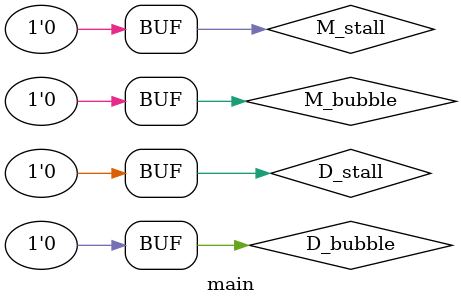
<source format=v>
`timescale 10ps/1ps
module main;
	wire F_stall;
	wire F_bubble;
	wire [63:0] F_predPC;
	
	wire [63:0] f_pc;
	wire [2:0] f_stat;
	wire [3:0] f_icode;
	wire [3:0] f_ifun;
	wire [3:0] f_rA;
	wire [3:0] f_rB;
	wire [3:0] f_valC;
	wire [63:0] f_valP;
	wire [63:0] f_predPC;
	
	wire D_stall;
	wire D_bubble;
	wire [2:0] D_stat;
	wire [63:0] D_pc;
	wire [3:0] D_icode;
	wire [3:0] D_ifun;
	wire [3:0] D_rA;
	wire [3:0] D_rB;
	wire [63:0] D_valC;
	wire [63:0] D_valP;

	select_pc select_stage(
		.F_predPC_i(F_predPC),
		.M_icode_i(M_icode),
		.M_Cnd_i(M_Cnd),
		.M_valA_i(M_valA),
		.W_icode_i(W_icode),
		.W_valM_i(W_valM),
		.f_pc_o(f_pc)
	);
	
	fetch fetch_stage(
		.f_pc_i(f_pc),
		.f_icode_o(f_icode),
		.f_ifun_o(f_ifun),
		.f_rA_o(f_rA),
		.f_rB_o(f_rB),
		.f_valC_o(f_valC),
		.f_valP_o(f_valP),
		.f_predPC_o(f_predPC),
		.f_stat_o(f_stat)
	);

	assign D_stall = 1'd0;
	assign D_bubble = 1'd0;
	
	fetch_D_pipe_reg f_D_stage(
		.clk_i(clk),
		.D_stall_i(D_stall),
		.D_bubble_i(D_bubble),
	
		.f_stat_i(f_stat),
		.f_pc_i(f_pc),
		.f_icode_i(f_icode),
		.f_ifun_i(f_ifun),
		.f_rA_i(f_rA),
		.f_rB_i(f_rB),
		.f_valC_i(f_valC),
		.f_valP_i(f_valP),
		
		.D_stat_o(D_stat),
		.D_pc_o(D_pc),
		.D_icode_o(D_ifun),
		.D_rA_o(D_rA),
		.D_rB_o(D_rB),
		.D_valC_o(D_valC),
		.D_valP_o(D_valP)
	);
	
	wire E_stall;
	wire E_bubble;
	wire [2:0] E_stat;
	wire [63:0] E_pc;
	wire [3:0] E_icode;
	wire [3:0] E_ifun;
	wire [63:0] E_valA;
	wire [63:0] E_valB;
	wire [3:0] E_dstE;
	wire [3:0] E_dstM;
	wire [3:0] E_srcA;
	wire [3:0] E_srcB;
	
	wire [63:0] e_valE;
	wire [3:0] e_dstE;
	wire 	e_Cnd;
	
	wire e_rst = rst_n;
	
	wire M_stall;
	wire M_bubble;
	wire M_Cnd;
	wire [2:0] M_stat;
	wire [63:0] M_pc;
	wire [3:0] M_icode;
	wire [3:0] M_ifun;
	wire [63:0] m_valE;
	
	decode decode_stage(
		.clk_i(clk),
		
		.D_icode_i(D_icode),
		.D_rA_i(D_rA),
		.D_rB_i(D_rB),
		.D_valP_i(D_valP),
		
		.e_dstE_i(e_dstE),
		.e_valE_i(e_valE),
		.M_dstM_i(M_dstM),
		.m_valM_i(m_valM),
		.M_dstE_i(M_dstE),
		.M_valE_i(M_valE),
		.W_dstM_i(W_dstM),
		.W_valM_i(W_valM),
		.W_dstE_i(W_dstE),
		.W_valE_i(W_valE),
		
		.d_valA_o(d_valA),
		.d_valB_i(d_valB),
		.d_dstE_o(d_dstE),
		.d_dstM_o(d_dstM),
		.d_srcA_o(d_srcA),
		.d_srcB_o(d_srcB)
	);

	decode_E_pipe_reg d_E_stage(.clk_i(clk),
		.E_stall_i(E_stall),
		.E_bubble_i(E_bubble),
		
		.d_stat_i(D_stat),
		.d_pc_i(D_pc),
		.d_icode_i(D_icode),
		.d_ifun_i(D_ifun),
		.d_valC_i(D_valC),
		.d_valA_i(d_valA),
		.d_valB_i(d_valB),
		.d_dstE_i(d_dstE),
		.d_dstM_i(d_dstM),
		.d_srcA_i(d_srcA),
		.d_srcB_i(d_srcB),
		
		.E_stat_o(E_stat),
		.E_pc_o(E_pc),
		.E_icode_o(E_icode),
		.E_ifun_o(E_ifun),
		.E_valC_o(E_valC),
		.E_valA_o(E_valA),
		.E_valB_o(E_valB),
		.E_dstE_o(E_dstE),
		.E_dstM_o(E_dstM),
		.E_srcA_o(E_srcA),
		.E_srcB_o(E_srcB));

	execute execute_stage(.clk_i(clk),
		.rst_n_i(e_rst),
		
		.icode_i(E_icode),
		.ifun_i(E_ifun),
		.E_dstE_i(E_dstE),
		.valA_i(E_valA),
		.valB_i(E_valB),
		.valC_i(E_valC),
		.m_stat_i(m_stat),
		.W_stat_i(W_stat),

		.valE_o(e_valE),
		.dstE_o(e_dstE),
		.e_Cnd_o(e_Cnd));

	assign M_stall = 1'b0;
	assign M_bubble = 1'b0;

	execute_M_pipe_reg e_M_stage(.clk_i(clk),
		.M_stall_i(M_stall),
		.M_bubble_i(M_bubble),
		
		.e_stat_i(E_stat),
		.e_pc_i(E_pc),
		.e_icode_i(E_icode),
		.e_ifun_i(E_ifun),
		.e_Cnd_i(e_Cnd),
		.e_valE_i(e_valE),
		.e_valA_i(E_valA),
		.e_dstE_i(e_dstE),
		.e_dstM_i(E_dstM),

		.M_stat_o(M_stat),
		.M_pc_o(M_pc),
		.M_icode_o(M_icode),
		.M_ifun_o(M_ifun),
		.M_Cnd_o(M_Cnd),
		.M_valE_o(M_valE),
		.M_valA_o(M_valA),
		.M_dstE_o(M_dstE),
		.M_dstM_o(M_dstM));

	
		

	
endmodule
</source>
